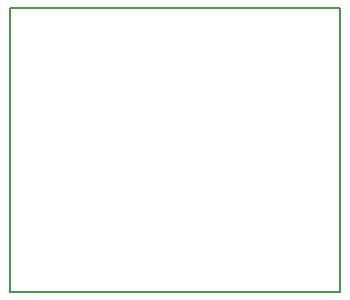
<source format=gko>
G04 #@! TF.GenerationSoftware,KiCad,Pcbnew,5.0.2-bee76a0~70~ubuntu18.04.1*
G04 #@! TF.CreationDate,2019-12-09T23:25:18+09:00*
G04 #@! TF.ProjectId,AUX1_adapter,41555831-5f61-4646-9170-7465722e6b69,rev?*
G04 #@! TF.SameCoordinates,Original*
G04 #@! TF.FileFunction,Profile,NP*
%FSLAX46Y46*%
G04 Gerber Fmt 4.6, Leading zero omitted, Abs format (unit mm)*
G04 Created by KiCad (PCBNEW 5.0.2-bee76a0~70~ubuntu18.04.1) date Mon 09 Dec 2019 11:25:18 PM JST*
%MOMM*%
%LPD*%
G01*
G04 APERTURE LIST*
%ADD10C,0.200000*%
G04 APERTURE END LIST*
D10*
X110000000Y-53000000D02*
X110000000Y-77000000D01*
X82000000Y-77000000D02*
X82000000Y-53000000D01*
X110000000Y-77000000D02*
X82000000Y-77000000D01*
X82000000Y-53000000D02*
X110000000Y-53000000D01*
M02*

</source>
